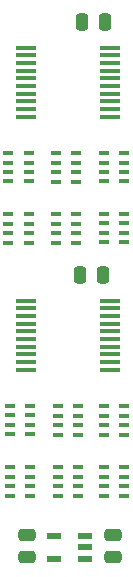
<source format=gtp>
%TF.GenerationSoftware,KiCad,Pcbnew,8.0.2*%
%TF.CreationDate,2024-06-07T08:47:03+02:00*%
%TF.ProjectId,Address Buffer 16bit,41646472-6573-4732-9042-756666657220,V0*%
%TF.SameCoordinates,PX54c81a0PY37b6b20*%
%TF.FileFunction,Paste,Top*%
%TF.FilePolarity,Positive*%
%FSLAX46Y46*%
G04 Gerber Fmt 4.6, Leading zero omitted, Abs format (unit mm)*
G04 Created by KiCad (PCBNEW 8.0.2) date 2024-06-07 08:47:03*
%MOMM*%
%LPD*%
G01*
G04 APERTURE LIST*
G04 Aperture macros list*
%AMRoundRect*
0 Rectangle with rounded corners*
0 $1 Rounding radius*
0 $2 $3 $4 $5 $6 $7 $8 $9 X,Y pos of 4 corners*
0 Add a 4 corners polygon primitive as box body*
4,1,4,$2,$3,$4,$5,$6,$7,$8,$9,$2,$3,0*
0 Add four circle primitives for the rounded corners*
1,1,$1+$1,$2,$3*
1,1,$1+$1,$4,$5*
1,1,$1+$1,$6,$7*
1,1,$1+$1,$8,$9*
0 Add four rect primitives between the rounded corners*
20,1,$1+$1,$2,$3,$4,$5,0*
20,1,$1+$1,$4,$5,$6,$7,0*
20,1,$1+$1,$6,$7,$8,$9,0*
20,1,$1+$1,$8,$9,$2,$3,0*%
G04 Aperture macros list end*
%ADD10RoundRect,0.250000X0.250000X0.475000X-0.250000X0.475000X-0.250000X-0.475000X0.250000X-0.475000X0*%
%ADD11R,0.950000X0.450000*%
%ADD12R,0.900000X0.450000*%
%ADD13R,1.800000X0.450000*%
%ADD14RoundRect,0.250000X0.475000X-0.250000X0.475000X0.250000X-0.475000X0.250000X-0.475000X-0.250000X0*%
%ADD15R,1.150000X0.600000*%
%ADD16RoundRect,0.250000X-0.475000X0.250000X-0.475000X-0.250000X0.475000X-0.250000X0.475000X0.250000X0*%
G04 APERTURE END LIST*
D10*
%TO.C,C1*%
X10967000Y-25216000D03*
X9067000Y-25216000D03*
%TD*%
D11*
%TO.C,CN4*%
X11088000Y-14874000D03*
X11088000Y-15674000D03*
X11088000Y-16474000D03*
X11088000Y-17274000D03*
X12788000Y-17274000D03*
X12788000Y-16474000D03*
X12788000Y-15674000D03*
X12788000Y-14874000D03*
%TD*%
D12*
%TO.C,RN3*%
X4689000Y-17274000D03*
X4689000Y-16474000D03*
X4689000Y-15674000D03*
X4689000Y-14874000D03*
X2989000Y-14874000D03*
X2989000Y-15674000D03*
X2989000Y-16474000D03*
X2989000Y-17274000D03*
%TD*%
%TO.C,RN10*%
X8724000Y-17293200D03*
X8724000Y-16493200D03*
X8724000Y-15693200D03*
X8724000Y-14893200D03*
X7024000Y-14893200D03*
X7024000Y-15693200D03*
X7024000Y-16493200D03*
X7024000Y-17293200D03*
%TD*%
%TO.C,RN4*%
X4689000Y-22443200D03*
X4689000Y-21643200D03*
X4689000Y-20843200D03*
X4689000Y-20043200D03*
X2989000Y-20043200D03*
X2989000Y-20843200D03*
X2989000Y-21643200D03*
X2989000Y-22443200D03*
%TD*%
%TO.C,RN9*%
X8724000Y-22462400D03*
X8724000Y-21662400D03*
X8724000Y-20862400D03*
X8724000Y-20062400D03*
X7024000Y-20062400D03*
X7024000Y-20862400D03*
X7024000Y-21662400D03*
X7024000Y-22462400D03*
%TD*%
D11*
%TO.C,CN3*%
X11088000Y-20030200D03*
X11088000Y-20830200D03*
X11088000Y-21630200D03*
X11088000Y-22430200D03*
X12788000Y-22430200D03*
X12788000Y-21630200D03*
X12788000Y-20830200D03*
X12788000Y-20030200D03*
%TD*%
%TO.C,CN1*%
X11088000Y-36316000D03*
X11088000Y-37116000D03*
X11088000Y-37916000D03*
X11088000Y-38716000D03*
X12788000Y-38716000D03*
X12788000Y-37916000D03*
X12788000Y-37116000D03*
X12788000Y-36316000D03*
%TD*%
D12*
%TO.C,RN5*%
X8851000Y-38716000D03*
X8851000Y-37916000D03*
X8851000Y-37116000D03*
X8851000Y-36316000D03*
X7151000Y-36316000D03*
X7151000Y-37116000D03*
X7151000Y-37916000D03*
X7151000Y-38716000D03*
%TD*%
%TO.C,RN1*%
X4816000Y-38665000D03*
X4816000Y-37865000D03*
X4816000Y-37065000D03*
X4816000Y-36265000D03*
X3116000Y-36265000D03*
X3116000Y-37065000D03*
X3116000Y-37865000D03*
X3116000Y-38665000D03*
%TD*%
%TO.C,RN2*%
X4816000Y-43872000D03*
X4816000Y-43072000D03*
X4816000Y-42272000D03*
X4816000Y-41472000D03*
X3116000Y-41472000D03*
X3116000Y-42272000D03*
X3116000Y-43072000D03*
X3116000Y-43872000D03*
%TD*%
%TO.C,RN6*%
X8851000Y-43872000D03*
X8851000Y-43072000D03*
X8851000Y-42272000D03*
X8851000Y-41472000D03*
X7151000Y-41472000D03*
X7151000Y-42272000D03*
X7151000Y-43072000D03*
X7151000Y-43872000D03*
%TD*%
D11*
%TO.C,CN2*%
X11088000Y-41472000D03*
X11088000Y-42272000D03*
X11088000Y-43072000D03*
X11088000Y-43872000D03*
X12788000Y-43872000D03*
X12788000Y-43072000D03*
X12788000Y-42272000D03*
X12788000Y-41472000D03*
%TD*%
D13*
%TO.C,IC2*%
X4490000Y-5943600D03*
X4490000Y-6593600D03*
X4490000Y-7243600D03*
X4490000Y-7893600D03*
X4490000Y-8543600D03*
X4490000Y-9193600D03*
X4490000Y-9843600D03*
X4490000Y-10493600D03*
X4490000Y-11143600D03*
X4490000Y-11793600D03*
X11590000Y-11793600D03*
X11590000Y-11143600D03*
X11590000Y-10493600D03*
X11590000Y-9843600D03*
X11590000Y-9193600D03*
X11590000Y-8543600D03*
X11590000Y-7893600D03*
X11590000Y-7243600D03*
X11590000Y-6593600D03*
X11590000Y-5943600D03*
%TD*%
%TO.C,IC1*%
X4490000Y-27371000D03*
X4490000Y-28021000D03*
X4490000Y-28671000D03*
X4490000Y-29321000D03*
X4490000Y-29971000D03*
X4490000Y-30621000D03*
X4490000Y-31271000D03*
X4490000Y-31921000D03*
X4490000Y-32571000D03*
X4490000Y-33221000D03*
X11590000Y-33221000D03*
X11590000Y-32571000D03*
X11590000Y-31921000D03*
X11590000Y-31271000D03*
X11590000Y-30621000D03*
X11590000Y-29971000D03*
X11590000Y-29321000D03*
X11590000Y-28671000D03*
X11590000Y-28021000D03*
X11590000Y-27371000D03*
%TD*%
D14*
%TO.C,C8*%
X11836400Y-49067000D03*
X11836400Y-47167000D03*
%TD*%
D10*
%TO.C,C2*%
X11138800Y-3788600D03*
X9238800Y-3788600D03*
%TD*%
D15*
%TO.C,IC5*%
X9428000Y-49210000D03*
X9428000Y-48260000D03*
X9428000Y-47310000D03*
X6828000Y-47310000D03*
X6828000Y-49210000D03*
%TD*%
D16*
%TO.C,C9*%
X4572000Y-47199000D03*
X4572000Y-49099000D03*
%TD*%
M02*

</source>
